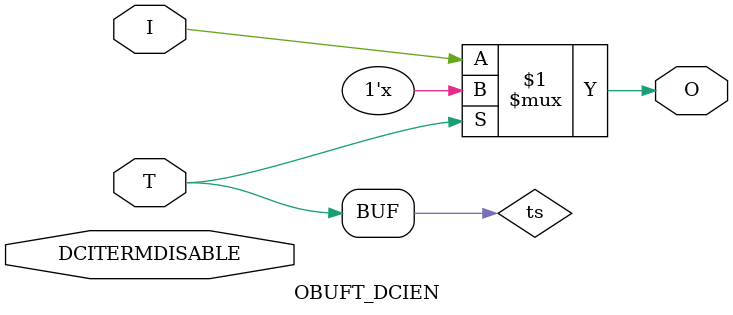
<source format=v>

`timescale  1 ps / 1 ps

`celldefine

module OBUFT_DCIEN (O, DCITERMDISABLE, I, T);

    parameter integer DRIVE = 12;
    parameter IOSTANDARD = "DEFAULT";
`ifdef XIL_TIMING
    parameter LOC = "UNPLACED";
`endif // `ifdef XIL_TIMING
    parameter SLEW = "SLOW";

    output O;

    input  DCITERMDISABLE;
    input  I;
    input  T;

    wire ts;


    or O1 (ts, T);
    bufif0 T1 (O, I, ts);

endmodule

`endcelldefine

</source>
